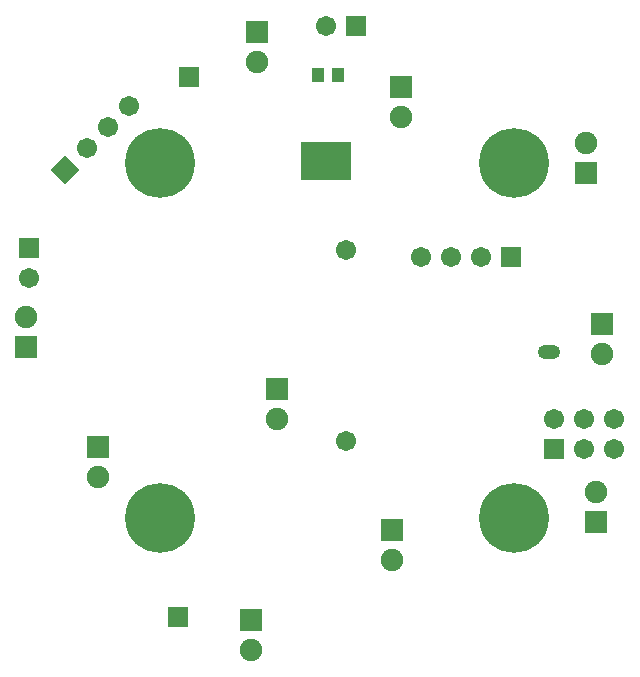
<source format=gbs>
G04 Layer_Color=16711935*
%FSLAX24Y24*%
%MOIN*%
G70*
G01*
G75*
%ADD59R,0.0749X0.0749*%
%ADD60C,0.0749*%
%ADD61R,0.0671X0.0671*%
%ADD62C,0.0671*%
%ADD63C,0.2324*%
%ADD64P,0.0948X4X90.0*%
%ADD65R,0.0671X0.0671*%
%ADD66O,0.0749X0.0474*%
%ADD67C,0.0395*%
%ADD68R,0.0395X0.0454*%
%ADD69R,0.1680X0.1280*%
D59*
X-2850Y-9300D02*
D03*
X-2000Y-1600D02*
D03*
X2150Y8450D02*
D03*
X8850Y550D02*
D03*
X8650Y-6050D02*
D03*
X-7950Y-3550D02*
D03*
X8300Y5600D02*
D03*
X-10350Y-200D02*
D03*
X-2650Y10300D02*
D03*
X1850Y-6300D02*
D03*
D60*
X-2850Y-10300D02*
D03*
X-2000Y-2600D02*
D03*
X2150Y7450D02*
D03*
X8850Y-450D02*
D03*
X8650Y-5050D02*
D03*
X-7950Y-4550D02*
D03*
X8300Y6600D02*
D03*
X-10350Y800D02*
D03*
X-2650Y9300D02*
D03*
X1850Y-7300D02*
D03*
D61*
X5800Y2800D02*
D03*
X7250Y-3600D02*
D03*
X650Y10500D02*
D03*
D62*
X4800Y2800D02*
D03*
X3800D02*
D03*
X2800D02*
D03*
X7250Y-2600D02*
D03*
X8250Y-3600D02*
D03*
Y-2600D02*
D03*
X9250Y-3600D02*
D03*
Y-2600D02*
D03*
X-8343Y6407D02*
D03*
X-7636Y7114D02*
D03*
X-6929Y7821D02*
D03*
X300Y3015D02*
D03*
Y-3354D02*
D03*
X-350Y10500D02*
D03*
X-10250Y2100D02*
D03*
D63*
X-5906Y-5906D02*
D03*
Y5906D02*
D03*
X5906D02*
D03*
Y-5906D02*
D03*
D64*
X-9050Y5700D02*
D03*
D65*
X-5300Y-9200D02*
D03*
X-4936Y8792D02*
D03*
X-10250Y3100D02*
D03*
D66*
X7072Y-391D02*
D03*
D67*
X-100Y5750D02*
D03*
X-700D02*
D03*
X-100Y6250D02*
D03*
X-700D02*
D03*
D68*
X-635Y8850D02*
D03*
X35D02*
D03*
D69*
X-350Y6000D02*
D03*
M02*

</source>
